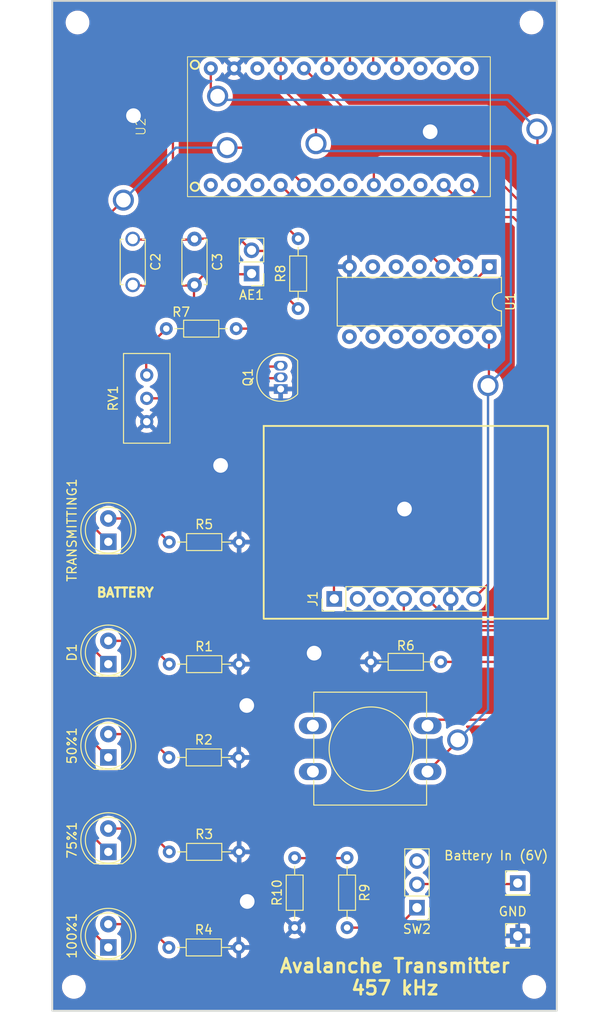
<source format=kicad_pcb>
(kicad_pcb (version 20221018) (generator pcbnew)
  (title_block (title "Avalache Transmitter") (date "2024-05-17") (rev "1.0"))
  (layers (0 "F.Cu" signal) (31 "B.Cu" signal) (34 "B.Paste" user) (35 "F.Paste" user) (36 "B.SilkS" user "B.Silkscreen") (37 "F.SilkS" user "F.Silkscreen") (38 "B.Mask" user) (39 "F.Mask" user) (44 "Edge.Cuts" user))
  (net 0 "")
  (net 1 "Net-(Q1-C)")
  (net 2 "+3V0")
  (net 3 "Net-(D1-K)")
  (net 4 "Net-(D1-A)")
  (net 5 "Net-(50%1-K)")
  (net 6 "Net-(50%1-A)")
  (net 7 "Net-(75%1-K)")
  (net 8 "Net-(75%1-A)")
  (net 9 "Net-(100%1-K)")
  (net 10 "Net-(100%1-A)")
  (net 11 "Net-(AE1-Pad2)")
  (net 12 "Net-(U2-8)")
  (net 13 "Net-(U2-12)")
  (net 14 "+6V")
  (net 15 "Net-(J1-Pin_1)")
  (net 18 "Net-(J1-Pin_4)")
  (net 19 "GND")
  (net 20 "Net-(Q1-B)")
  (net 21 "Net-(J1-Pin_5)")
  (net 22 "Net-(R7-Pad1)")
  (net 23 "Net-(R7-Pad2)")
  (net 35 "Net-(TRANSMITTING1-A)")
  (net 36 "Net-(TRANSMITTING1-K)")
  (net 37 "Net-(U2-A1)")
  (net 39 "/on{slash}off")
  (footprint "MountingHole:MountingHole_2.1mm" (layer "F.Cu") (at 34.6 122.4)
    (fp_text reference "REF**" hide)
    (fp_text value "MountingHole_2.1mm")
    (pad "" np_thru_hole circle (at 0 0) (size 2.1 2.1) (drill 2.1) (layers "F&B.Cu" "*.Mask"))
  )
  (footprint "LED_THT:LED_D5.0mm" (layer "F.Cu") (at 38.354 73.919 90)
    (fp_text reference "TRANSMITTING1" (at 1.27 -3.96 90) (layer "F.SilkS"))
    (fp_text value "GREEN_LED")
    (fp_line (start -1.29 -1.545) (end -1.29 1.545) (stroke (width 0.12)) (layer "F.SilkS"))
    (fp_arc (start -1.29 -1.54483) (mid 2.072002 -2.880433) (end 4.26 0.000462) (stroke (width 0.12)) (layer "F.SilkS"))
    (fp_arc (start 4.26 -0.000462) (mid 2.072002 2.880433) (end -1.29 1.54483) (stroke (width 0.12)) (layer "F.SilkS"))
    (fp_circle (center 1.27 0) (end 3.77 0) (stroke (width 0.12)) (fill none) (layer "F.SilkS"))
    (pad "1" thru_hole rect (at 0 0 90) (size 1.8 1.8) (drill 0.9) (layers "*.Cu" "*.Mask") (net 36 "Net-(TRANSMITTING1-K)"))
    (pad "2" thru_hole circle (at 2.54 0 90) (size 1.8 1.8) (drill 0.9) (layers "*.Cu" "*.Mask") (net 35 "Net-(TRANSMITTING1-A)"))
  )
  (footprint "ta:pro_mini" (layer "F.Cu") (at 63.5 28.702 90)
    (fp_text reference "U2" (at 0 -21.59 90 unlocked) (layer "F.SilkS") (effects (font (thickness 0.1))))
    (fp_text value "~")
    (fp_rect (start -7.62 -16.51) (end 7.62 16.51) (stroke (width 0.1)) (fill none) (layer "F.SilkS"))
    (pad "1" thru_hole circle (at 6.35 -13.97 90) (size 1.524 1.524) (drill 0.762) (layers "*.Cu" "*.Mask") (net 39 "/on{slash}off"))
    (pad "2" thru_hole circle (at 6.35 -11.43 90) (size 1.524 1.524) (drill 0.762) (layers "*.Cu" "*.Mask") (net 19 "GND"))
    (pad "3" thru_hole circle (at 6.35 -8.89 90) (size 1.524 1.524) (drill 0.762) (layers "*.Cu" "*.Mask"))
    (pad "4" thru_hole circle (at 6.35 -6.35 90) (size 1.524 1.524) (drill 0.762) (layers "*.Cu" "*.Mask") (net 2 "+3V0"))
    (pad "5" thru_hole circle (at 6.35 -3.81 90) (size 1.524 1.524) (drill 0.762) (layers "*.Cu" "*.Mask") (net 12 "Net-(U2-8)"))
    (pad "6" thru_hole circle (at 6.35 -1.27 90) (size 1.524 1.524) (drill 0.762) (layers "*.Cu" "*.Mask") (net 3 "Net-(D1-K)"))
    (pad "7" thru_hole circle (at 6.35 1.27 90) (size 1.524 1.524) (drill 0.762) (layers "*.Cu" "*.Mask") (net 5 "Net-(50%1-K)"))
    (pad "8" thru_hole circle (at 6.35 3.81 90) (size 1.524 1.524) (drill 0.762) (layers "*.Cu" "*.Mask") (net 7 "Net-(75%1-K)"))
    (pad "9" thru_hole circle (at 6.35 6.35 90) (size 1.524 1.524) (drill 0.762) (layers "*.Cu" "*.Mask") (net 9 "Net-(100%1-K)"))
    (pad "10" thru_hole circle (at 6.35 8.89 90) (size 1.524 1.524) (drill 0.762) (layers "*.Cu" "*.Mask"))
    (pad "11" thru_hole circle (at 6.35 11.43 90) (size 1.524 1.524) (drill 0.762) (layers "*.Cu" "*.Mask"))
    (pad "12" thru_hole circle (at 6.35 13.97 90) (size 1.524 1.524) (drill 0.762) (layers "*.Cu" "*.Mask"))
    (pad "13" thru_hole circle (at -6.35 -13.97 90) (size 1.524 1.524) (drill 0.762) (layers "*.Cu" "*.Mask"))
    (pad "14" thru_hole circle (at -6.35 -11.43 90) (size 1.524 1.524) (drill 0.762) (layers "*.Cu" "*.Mask"))
    (pad "15" thru_hole circle (at -6.35 -8.89 90) (size 1.524 1.524) (drill 0.762) (layers "*.Cu" "*.Mask"))
    (pad "16" thru_hole circle (at -6.35 -6.35 90) (size 1.524 1.524) (drill 0.762) (layers "*.Cu" "*.Mask") (net 13 "Net-(U2-12)"))
    (pad "17" thru_hole circle (at -6.35 -3.81 90) (size 1.524 1.524) (drill 0.762) (layers "*.Cu" "*.Mask") (net 36 "Net-(TRANSMITTING1-K)"))
    (pad "18" thru_hole circle (at -6.35 -1.27 90) (size 1.524 1.524) (drill 0.762) (layers "*.Cu" "*.Mask"))
    (pad "19" thru_hole circle (at -6.35 1.27 90) (size 1.524 1.524) (drill 0.762) (layers "*.Cu" "*.Mask"))
    (pad "20" thru_hole circle (at -6.35 3.81 90) (size 1.524 1.524) (drill 0.762) (layers "*.Cu" "*.Mask") (net 37 "Net-(U2-A1)"))
    (pad "21" thru_hole circle (at -6.35 6.35 90) (size 1.524 1.524) (drill 0.762) (layers "*.Cu" "*.Mask"))
    (pad "22" thru_hole circle (at -6.35 8.89 90) (size 1.524 1.524) (drill 0.762) (layers "*.Cu" "*.Mask"))
    (pad "23" thru_hole circle (at -6.35 11.43 90) (size 1.524 1.524) (drill 0.762) (layers "*.Cu" "*.Mask") (net 21 "Net-(J1-Pin_5)"))
    (pad "24" thru_hole circle (at -6.35 13.97 90) (size 1.524 1.524) (drill 0.762) (layers "*.Cu" "*.Mask") (net 18 "Net-(J1-Pin_4)"))
  )
  (footprint "Resistor_THT:R_Axial_DIN0204_L3.6mm_D1.6mm_P7.62mm_Horizontal" (layer "F.Cu") (at 64.389 108.331 -90)
    (fp_text reference "R9" (at 3.81 -1.92 90) (layer "F.SilkS"))
    (fp_text value "R_Small")
    (fp_line (start 0.94 0) (end 1.89 0) (stroke (width 0.12)) (layer "F.SilkS"))
    (fp_line (start 1.89 -0.92) (end 1.89 0.92) (stroke (width 0.12)) (layer "F.SilkS"))
    (fp_line (start 1.89 0.92) (end 5.73 0.92) (stroke (width 0.12)) (layer "F.SilkS"))
    (fp_line (start 5.73 -0.92) (end 1.89 -0.92) (stroke (width 0.12)) (layer "F.SilkS"))
    (fp_line (start 5.73 0.92) (end 5.73 -0.92) (stroke (width 0.12)) (layer "F.SilkS"))
    (fp_line (start 6.68 0) (end 5.73 0) (stroke (width 0.12)) (layer "F.SilkS"))
    (pad "1" thru_hole circle (at 0 0 270) (size 1.4 1.4) (drill 0.7) (layers "*.Cu" "*.Mask") (net 37 "Net-(U2-A1)"))
    (pad "2" thru_hole oval (at 7.62 0 270) (size 1.4 1.4) (drill 0.7) (layers "*.Cu" "*.Mask") (net 39 "/on{slash}off"))
  )
  (footprint "Resistor_THT:R_Axial_DIN0204_L3.6mm_D1.6mm_P7.62mm_Horizontal" (layer "F.Cu") (at 44.958 118.11)
    (fp_text reference "R4" (at 3.81 -1.92) (layer "F.SilkS"))
    (fp_text value "R_Small" hide)
    (fp_line (start 0.94 0) (end 1.89 0) (stroke (width 0.12)) (layer "F.SilkS"))
    (fp_line (start 1.89 -0.92) (end 1.89 0.92) (stroke (width 0.12)) (layer "F.SilkS"))
    (fp_line (start 1.89 0.92) (end 5.73 0.92) (stroke (width 0.12)) (layer "F.SilkS"))
    (fp_line (start 5.73 -0.92) (end 1.89 -0.92) (stroke (width 0.12)) (layer "F.SilkS"))
    (fp_line (start 5.73 0.92) (end 5.73 -0.92) (stroke (width 0.12)) (layer "F.SilkS"))
    (fp_line (start 6.68 0) (end 5.73 0) (stroke (width 0.12)) (layer "F.SilkS"))
    (pad "1" thru_hole circle (at 0 0) (size 1.4 1.4) (drill 0.7) (layers "*.Cu" "*.Mask") (net 10 "Net-(100%1-A)"))
    (pad "2" thru_hole oval (at 7.62 0) (size 1.4 1.4) (drill 0.7) (layers "*.Cu" "*.Mask") (net 19 "GND"))
  )
  (footprint "Resistor_THT:R_Axial_DIN0204_L3.6mm_D1.6mm_P7.62mm_Horizontal" (layer "F.Cu") (at 59.055 48.514 90)
    (fp_text reference "R8" (at 3.81 -1.92 90) (layer "F.SilkS"))
    (fp_text value "R_Small")
    (fp_line (start 0.94 0) (end 1.89 0) (stroke (width 0.12)) (layer "F.SilkS"))
    (fp_line (start 1.89 -0.92) (end 1.89 0.92) (stroke (width 0.12)) (layer "F.SilkS"))
    (fp_line (start 1.89 0.92) (end 5.73 0.92) (stroke (width 0.12)) (layer "F.SilkS"))
    (fp_line (start 5.73 -0.92) (end 1.89 -0.92) (stroke (width 0.12)) (layer "F.SilkS"))
    (fp_line (start 5.73 0.92) (end 5.73 -0.92) (stroke (width 0.12)) (layer "F.SilkS"))
    (fp_line (start 6.68 0) (end 5.73 0) (stroke (width 0.12)) (layer "F.SilkS"))
    (pad "1" thru_hole circle (at 0 0 90) (size 1.4 1.4) (drill 0.7) (layers "*.Cu" "*.Mask") (net 11 "Net-(AE1-Pad2)"))
    (pad "2" thru_hole oval (at 7.62 0 90) (size 1.4 1.4) (drill 0.7) (layers "*.Cu" "*.Mask") (net 2 "+3V0"))
  )
  (footprint "Resistor_THT:R_Axial_DIN0204_L3.6mm_D1.6mm_P7.62mm_Horizontal" (layer "F.Cu") (at 58.674 115.951 90)
    (fp_text reference "R10" (at 3.81 -1.92 90) (layer "F.SilkS"))
    (fp_text value "R_Small")
    (fp_line (start 0.94 0) (end 1.89 0) (stroke (width 0.12)) (layer "F.SilkS"))
    (fp_line (start 1.89 -0.92) (end 1.89 0.92) (stroke (width 0.12)) (layer "F.SilkS"))
    (fp_line (start 1.89 0.92) (end 5.73 0.92) (stroke (width 0.12)) (layer "F.SilkS"))
    (fp_line (start 5.73 -0.92) (end 1.89 -0.92) (stroke (width 0.12)) (layer "F.SilkS"))
    (fp_line (start 5.73 0.92) (end 5.73 -0.92) (stroke (width 0.12)) (layer "F.SilkS"))
    (fp_line (start 6.68 0) (end 5.73 0) (stroke (width 0.12)) (layer "F.SilkS"))
    (pad "1" thru_hole circle (at 0 0 90) (size 1.4 1.4) (drill 0.7) (layers "*.Cu" "*.Mask") (net 19 "GND"))
    (pad "2" thru_hole oval (at 7.62 0 90) (size 1.4 1.4) (drill 0.7) (layers "*.Cu" "*.Mask") (net 37 "Net-(U2-A1)"))
  )
  (footprint "Resistor_THT:R_Axial_DIN0204_L3.6mm_D1.6mm_P7.62mm_Horizontal" (layer "F.Cu") (at 44.68 50.7)
    (fp_text reference "R7" (at 1.62 -1.8) (layer "F.SilkS"))
    (fp_text value "R_Small" hide)
    (fp_line (start 0.94 0) (end 1.89 0) (stroke (width 0.12)) (layer "F.SilkS"))
    (fp_line (start 1.89 -0.92) (end 1.89 0.92) (stroke (width 0.12)) (layer "F.SilkS"))
    (fp_line (start 1.89 0.92) (end 5.73 0.92) (stroke (width 0.12)) (layer "F.SilkS"))
    (fp_line (start 5.73 -0.92) (end 1.89 -0.92) (stroke (width 0.12)) (layer "F.SilkS"))
    (fp_line (start 5.73 0.92) (end 5.73 -0.92) (stroke (width 0.12)) (layer "F.SilkS"))
    (fp_line (start 6.68 0) (end 5.73 0) (stroke (width 0.12)) (layer "F.SilkS"))
    (pad "1" thru_hole circle (at 0 0) (size 1.4 1.4) (drill 0.7) (layers "*.Cu" "*.Mask") (net 22 "Net-(R7-Pad1)"))
    (pad "2" thru_hole oval (at 7.62 0) (size 1.4 1.4) (drill 0.7) (layers "*.Cu" "*.Mask") (net 23 "Net-(R7-Pad2)"))
  )
  (footprint "Package_DIP:DIP-14_W7.62mm" (layer "F.Cu") (at 79.888 43.952 -90)
    (fp_text reference "U1" (at 3.81 -2.33 90) (layer "F.SilkS"))
    (fp_text value "74HC00")
    (fp_line (start 1.16 -1.33) (end 1.16 16.57) (stroke (width 0.12)) (layer "F.SilkS"))
    (fp_line (start 1.16 16.57) (end 6.46 16.57) (stroke (width 0.12)) (layer "F.SilkS"))
    (fp_line (start 2.81 -1.33) (end 1.16 -1.33) (stroke (width 0.12)) (layer "F.SilkS"))
    (fp_line (start 6.46 -1.33) (end 4.81 -1.33) (stroke (width 0.12)) (layer "F.SilkS"))
    (fp_line (start 6.46 16.57) (end 6.46 -1.33) (stroke (width 0.12)) (layer "F.SilkS"))
    (fp_arc (start 4.81 -1.33) (mid 3.81 -0.33) (end 2.81 -1.33) (stroke (width 0.12)) (layer "F.SilkS"))
    (pad "1" thru_hole rect (at 0 0 270) (size 1.6 1.6) (drill 0.8) (layers "*.Cu" "*.Mask") (net 15 "Net-(J1-Pin_1)"))
    (pad "2" thru_hole oval (at 0 2.54 270) (size 1.6 1.6) (drill 0.8) (layers "*.Cu" "*.Mask") (net 13 "Net-(U2-12)"))
    (pad "3" thru_hole oval (at 0 5.08 270) (size 1.6 1.6) (drill 0.8) (layers "*.Cu" "*.Mask") (net 23 "Net-(R7-Pad2)"))
    (pad "4" thru_hole oval (at 0 7.62 270) (size 1.6 1.6) (drill 0.8) (layers "*.Cu" "*.Mask"))
    (pad "5" thru_hole oval (at 0 10.16 270) (size 1.6 1.6) (drill 0.8) (layers "*.Cu" "*.Mask"))
    (pad "6" thru_hole oval (at 0 12.7 270) (size 1.6 1.6) (drill 0.8) (layers "*.Cu" "*.Mask"))
    (pad "7" thru_hole oval (at 0 15.24 270) (size 1.6 1.6) (drill 0.8) (layers "*.Cu" "*.Mask") (net 19 "GND"))
    (pad "8" thru_hole oval (at 7.62 15.24 270) (size 1.6 1.6) (drill 0.8) (layers "*.Cu" "*.Mask"))
    (pad "9" thru_hole oval (at 7.62 12.7 270) (size 1.6 1.6) (drill 0.8) (layers "*.Cu" "*.Mask"))
    (pad "10" thru_hole oval (at 7.62 10.16 270) (size 1.6 1.6) (drill 0.8) (layers "*.Cu" "*.Mask"))
    (pad "11" thru_hole oval (at 7.62 7.62 270) (size 1.6 1.6) (drill 0.8) (layers "*.Cu" "*.Mask"))
    (pad "12" thru_hole oval (at 7.62 5.08 270) (size 1.6 1.6) (drill 0.8) (layers "*.Cu" "*.Mask"))
    (pad "13" thru_hole oval (at 7.62 2.54 270) (size 1.6 1.6) (drill 0.8) (layers "*.Cu" "*.Mask"))
    (pad "14" thru_hole oval (at 7.62 0 270) (size 1.6 1.6) (drill 0.8) (layers "*.Cu" "*.Mask") (net 2 "+3V0"))
  )
  (footprint "Capacitor_THT:C_Disc_D4.7mm_W2.5mm_P5.00mm" (layer "F.Cu") (at 47.752 40.934 -90)
    (fp_text reference "C3" (at 2.5 -2.5 90) (layer "F.SilkS"))
    (fp_text value "C")
    (fp_line (start 0.03 -1.37) (end 0.03 -1.055) (stroke (width 0.12)) (layer "F.SilkS"))
    (fp_line (start 0.03 -1.37) (end 4.97 -1.37) (stroke (width 0.12)) (layer "F.SilkS"))
    (fp_line (start 0.03 1.055) (end 0.03 1.37) (stroke (width 0.12)) (layer "F.SilkS"))
    (fp_line (start 0.03 1.37) (end 4.97 1.37) (stroke (width 0.12)) (layer "F.SilkS"))
    (fp_line (start 4.97 -1.37) (end 4.97 -1.055) (stroke (width 0.12)) (layer "F.SilkS"))
    (fp_line (start 4.97 1.055) (end 4.97 1.37) (stroke (width 0.12)) (layer "F.SilkS"))
    (pad "1" thru_hole circle (at 0 0 270) (size 1.6 1.6) (drill 0.8) (layers "*.Cu" "*.Mask") (net 11 "Net-(AE1-Pad2)"))
    (pad "2" thru_hole circle (at 5 0 270) (size 1.6 1.6) (drill 0.8) (layers "*.Cu" "*.Mask") (net 1 "Net-(Q1-C)"))
  )
  (footprint "LED_THT:LED_D5.0mm" (layer "F.Cu") (at 38.354 87.249 90)
    (fp_text reference "D1" (at 1.27 -3.96 90) (layer "F.SilkS"))
    (fp_text value "RED_LED_25")
    (fp_line (start -1.29 -1.545) (end -1.29 1.545) (stroke (width 0.12)) (layer "F.SilkS"))
    (fp_arc (start -1.29 -1.54483) (mid 2.072002 -2.880433) (end 4.26 0.000462) (stroke (width 0.12)) (layer "F.SilkS"))
    (fp_arc (start 4.26 -0.000462) (mid 2.072002 2.880433) (end -1.29 1.54483) (stroke (width 0.12)) (layer "F.SilkS"))
    (fp_circle (center 1.27 0) (end 3.77 0) (stroke (width 0.12)) (fill none) (layer "F.SilkS"))
    (pad "1" thru_hole rect (at 0 0 90) (size 1.8 1.8) (drill 0.9) (layers "*.Cu" "*.Mask") (net 3 "Net-(D1-K)"))
    (pad "2" thru_hole circle (at 2.54 0 90) (size 1.8 1.8) (drill 0.9) (layers "*.Cu" "*.Mask") (net 4 "Net-(D1-A)"))
  )
  (footprint "Connector_PinHeader_2.54mm:PinHeader_1x07_P2.54mm_Vertical" (layer "F.Cu") (at 62.992 80.137 90)
    (fp_text reference "J1" (at 0 -2.33 90) (layer "F.SilkS"))
    (fp_text value "Conn_01x07_Pin")
    (fp_line (start -1.33 -1.33) (end 0 -1.33) (stroke (width 0.12)) (layer "F.SilkS"))
    (fp_line (start -1.33 0) (end -1.33 -1.33) (stroke (width 0.12)) (layer "F.SilkS"))
    (fp_line (start -1.33 1.27) (end -1.33 16.57) (stroke (width 0.12)) (layer "F.SilkS"))
    (fp_line (start -1.33 1.27) (end 1.33 1.27) (stroke (width 0.12)) (layer "F.SilkS"))
    (fp_line (start -1.33 16.57) (end 1.33 16.57) (stroke (width 0.12)) (layer "F.SilkS"))
    (fp_line (start 1.33 1.27) (end 1.33 16.57) (stroke (width 0.12)) (layer "F.SilkS"))
    (pad "1" thru_hole rect (at 0 0 90) (size 1.7 1.7) (drill 1) (layers "*.Cu" "*.Mask") (net 15 "Net-(J1-Pin_1)"))
    (pad "2" thru_hole oval (at 0 2.54 90) (size 1.7 1.7) (drill 1) (layers "*.Cu" "*.Mask"))
    (pad "3" thru_hole oval (at 0 5.08 90) (size 1.7 1.7) (drill 1) (layers "*.Cu" "*.Mask"))
    (pad "4" thru_hole oval (at 0 7.62 90) (size 1.7 1.7) (drill 1) (layers "*.Cu" "*.Mask") (net 18 "Net-(J1-Pin_4)"))
    (pad "5" thru_hole oval (at 0 10.16 90) (size 1.7 1.7) (drill 1) (layers "*.Cu" "*.Mask") (net 21 "Net-(J1-Pin_5)"))
    (pad "6" thru_hole oval (at 0 12.7 90) (size 1.7 1.7) (drill 1) (layers "*.Cu" "*.Mask") (net 19 "GND"))
    (pad "7" thru_hole oval (at 0 15.24 90) (size 1.7 1.7) (drill 1) (layers "*.Cu" "*.Mask") (net 2 "+3V0"))
  )
  (footprint "Resistor_THT:R_Axial_DIN0204_L3.6mm_D1.6mm_P7.62mm_Horizontal" (layer "F.Cu") (at 45 87.249)
    (fp_text reference "R1" (at 3.81 -1.92) (layer "F.SilkS"))
    (fp_text value "R_Small" hide)
    (fp_line (start 0.94 0) (end 1.89 0) (stroke (width 0.12)) (layer "F.SilkS"))
    (fp_line (start 1.89 -0.92) (end 1.89 0.92) (stroke (width 0.12)) (layer "F.SilkS"))
    (fp_line (start 1.89 0.92) (end 5.73 0.92) (stroke (width 0.12)) (layer "F.SilkS"))
    (fp_line (start 5.73 -0.92) (end 1.89 -0.92) (stroke (width 0.12)) (layer "F.SilkS"))
    (fp_line (start 5.73 0.92) (end 5.73 -0.92) (stroke (width 0.12)) (layer "F.SilkS"))
    (fp_line (start 6.68 0) (end 5.73 0) (stroke (width 0.12)) (layer "F.SilkS"))
    (pad "1" thru_hole circle (at 0 0) (size 1.4 1.4) (drill 0.7) (layers "*.Cu" "*.Mask") (net 4 "Net-(D1-A)"))
    (pad "2" thru_hole oval (at 7.62 0) (size 1.4 1.4) (drill 0.7) (layers "*.Cu" "*.Mask") (net 19 "GND"))
  )
  (footprint "Capacitor_THT:C_Disc_D4.7mm_W2.5mm_P5.00mm" (layer "F.Cu") (at 41.021 40.934 -90)
    (fp_text reference "C2" (at 2.5 -2.5 90) (layer "F.SilkS"))
    (fp_text value "C_Variable")
    (fp_line (start 0.03 -1.37) (end 0.03 -1.055) (stroke (width 0.12)) (layer "F.SilkS"))
    (fp_line (start 0.03 -1.37) (end 4.97 -1.37) (stroke (width 0.12)) (layer "F.SilkS"))
    (fp_line (start 0.03 1.055) (end 0.03 1.37) (stroke (width 0.12)) (layer "F.SilkS"))
    (fp_line (start 0.03 1.37) (end 4.97 1.37) (stroke (width 0.12)) (layer "F.SilkS"))
    (fp_line (start 4.97 -1.37) (end 4.97 -1.055) (stroke (width 0.12)) (layer "F.SilkS"))
    (fp_line (start 4.97 1.055) (end 4.97 1.37) (stroke (width 0.12)) (layer "F.SilkS"))
    (pad "1" thru_hole circle (at 0 0 270) (size 1.6 1.6) (drill 1.1) (layers "*.Cu" "*.Mask") (net 11 "Net-(AE1-Pad2)"))
    (pad "2" thru_hole circle (at 5 0 270) (size 1.6 1.6) (drill 1.1) (layers "*.Cu" "*.Mask") (net 1 "Net-(Q1-C)"))
  )
  (footprint "Connector_PinHeader_2.54mm:PinHeader_1x03_P2.54mm_Vertical" (layer "F.Cu") (at 72.009 113.777 180)
    (fp_text reference "SW2" (at 0 -2.33) (layer "F.SilkS"))
    (fp_text value "SW_SPDT")
    (fp_line (start -1.33 -1.33) (end 0 -1.33) (stroke (width 0.12)) (layer "F.SilkS"))
    (fp_line (start -1.33 0) (end -1.33 -1.33) (stroke (width 0.12)) (layer "F.SilkS"))
    (fp_line (start -1.33 1.27) (end -1.33 6.41) (stroke (width 0.12)) (layer "F.SilkS"))
    (fp_line (start -1.33 1.27) (end 1.33 1.27) (stroke (width 0.12)) (layer "F.SilkS"))
    (fp_line (start -1.33 6.41) (end 1.33 6.41) (stroke (width 0.12)) (layer "F.SilkS"))
    (fp_line (start 1.33 1.27) (end 1.33 6.41) (stroke (width 0.12)) (layer "F.SilkS"))
    (pad "1" thru_hole rect (at 0 0 180) (size 1.7 1.7) (drill 1) (layers "*.Cu" "*.Mask") (net 39 "/on{slash}off"))
    (pad "2" thru_hole oval (at 0 2.54 180) (size 1.7 1.7) (drill 1) (layers "*.Cu" "*.Mask") (net 14 "+6V"))
    (pad "3" thru_hole oval (at 0 5.08 180) (size 1.7 1.7) (drill 1) (layers "*.Cu" "*.Mask"))
  )
  (footprint "Potentiometer_THT:Potentiometer_Bourns_3296W_Vertical" (layer "F.Cu") (at 42.545 55.753 90)
    (fp_text reference "RV1" (at -2.54 -3.66 90) (layer "F.SilkS"))
    (fp_text value "R_Potentiometer")
    (fp_line (start -7.425 -2.53) (end -7.425 2.54) (stroke (width 0.12)) (layer "F.SilkS"))
    (fp_line (start -7.425 -2.53) (end 2.345 -2.53) (stroke (width 0.12)) (layer "F.SilkS"))
    (fp_line (start -7.425 2.54) (end 2.345 2.54) (stroke (width 0.12)) (layer "F.SilkS"))
    (fp_line (start 2.345 -2.53) (end 2.345 2.54) (stroke (width 0.12)) (layer "F.SilkS"))
    (pad "1" thru_hole circle (at 0 0 90) (size 1.44 1.44) (drill 0.8) (layers "*.Cu" "*.Mask") (net 22 "Net-(R7-Pad1)"))
    (pad "2" thru_hole circle (at -2.54 0 90) (size 1.44 1.44) (drill 0.8) (layers "*.Cu" "*.Mask") (net 20 "Net-(Q1-B)"))
    (pad "3" thru_hole circle (at -5.08 0 90) (size 1.44 1.44) (drill 0.8) (layers "*.Cu" "*.Mask") (net 19 "GND"))
  )
  (footprint "Resistor_THT:R_Axial_DIN0204_L3.6mm_D1.6mm_P7.62mm_Horizontal" (layer "F.Cu") (at 45 73.95)
    (fp_text reference "R5" (at 3.81 -1.92) (layer "F.SilkS"))
    (fp_text value "R_Small" hide)
    (fp_line (start 0.94 0) (end 1.89 0) (stroke (width 0.12)) (layer "F.SilkS"))
    (fp_line (start 1.89 -0.92) (end 1.89 0.92) (stroke (width 0.12)) (layer "F.SilkS"))
    (fp_line (start 1.89 0.92) (end 5.73 0.92) (stroke (width 0.12)) (layer "F.SilkS"))
    (fp_line (start 5.73 -0.92) (end 1.89 -0.92) (stroke (width 0.12)) (layer "F.SilkS"))
    (fp_line (start 5.73 0.92) (end 5.73 -0.92) (stroke (width 0.12)) (layer "F.SilkS"))
    (fp_line (start 6.68 0) (end 5.73 0) (stroke (width 0.12)) (layer "F.SilkS"))
    (pad "1" thru_hole circle (at 0 0) (size 1.4 1.4) (drill 0.7) (layers "*.Cu" "*.Mask") (net 35 "Net-(TRANSMITTING1-A)"))
    (pad "2" thru_hole oval (at 7.62 0) (size 1.4 1.4) (drill 0.7) (layers "*.Cu" "*.Mask") (net 19 "GND"))
  )
  (footprint "MountingHole:MountingHole_2.1mm" (layer "F.Cu") (at 84.5 17.35)
    (fp_text reference "REF**" hide)
    (fp_text value "MountingHole_2.1mm")
    (pad "" np_thru_hole circle (at 0 0) (size 2.1 2.1) (drill 2.1) (layers "*.Cu" "*.Mask"))
  )
  (footprint "LED_THT:LED_D5.0mm" (layer "F.Cu") (at 38.354 97.409 90)
    (fp_text reference "50%1" (at 1.27 -3.96 90) (layer "F.SilkS"))
    (fp_text value "RED_LED_50")
    (fp_line (start -1.29 -1.545) (end -1.29 1.545) (stroke (width 0.12)) (layer "F.SilkS"))
    (fp_arc (start -1.29 -1.54483) (mid 2.072002 -2.880433) (end 4.26 0.000462) (stroke (width 0.12)) (layer "F.SilkS"))
    (fp_arc (start 4.26 -0.000462) (mid 2.072002 2.880433) (end -1.29 1.54483) (stroke (width 0.12)) (layer "F.SilkS"))
    (fp_circle (center 1.27 0) (end 3.77 0) (stroke (width 0.12)) (fill none) (layer "F.SilkS"))
    (pad "1" thru_hole rect (at 0 0 90) (size 1.8 1.8) (drill 0.9) (layers "*.Cu" "*.Mask") (net 5 "Net-(50%1-K)"))
    (pad "2" thru_hole circle (at 2.54 0 90) (size 1.8 1.8) (drill 0.9) (layers "*.Cu" "*.Mask") (net 6 "Net-(50%1-A)"))
  )
  (footprint "Resistor_THT:R_Axial_DIN0204_L3.6mm_D1.6mm_P7.62mm_Horizontal" (layer "F.Cu") (at 44.958 97.409)
    (fp_text reference "R2" (at 3.81 -1.92) (layer "F.SilkS"))
    (fp_text value "R_Small" hide)
    (fp_line (start 0.94 0) (end 1.89 0) (stroke (width 0.12)) (layer "F.SilkS"))
    (fp_line (start 1.89 -0.92) (end 1.89 0.92) (stroke (width 0.12)) (layer "F.SilkS"))
    (fp_line (start 1.89 0.92) (end 5.73 0.92) (stroke (width 0.12)) (layer "F.SilkS"))
    (fp_line (start 5.73 -0.92) (end 1.89 -0.92) (stroke (width 0.12)) (layer "F.SilkS"))
    (fp_line (start 5.73 0.92) (end 5.73 -0.92) (stroke (width 0.12)) (layer "F.SilkS"))
    (fp_line (start 6.68 0) (end 5.73 0) (stroke (width 0.12)) (layer "F.SilkS"))
    (pad "1" thru_hole circle (at 0 0) (size 1.4 1.4) (drill 0.7) (layers "*.Cu" "*.Mask") (net 6 "Net-(50%1-A)"))
    (pad "2" thru_hole oval (at 7.62 0) (size 1.4 1.4) (drill 0.7) (layers "*.Cu" "*.Mask") (net 19 "GND"))
  )
  (footprint "Package_TO_SOT_THT:TO-92_Inline" (layer "F.Cu") (at 57.15 57.277 90)
    (fp_text reference "Q1" (at 1.27 -3.56 90) (layer "F.SilkS"))
    (fp_text value "2N3904")
    (fp_line (start -0.53 1.85) (end 3.07 1.85) (stroke (width 0.12)) (layer "F.SilkS"))
    (fp_arc (start -0.568478 1.838478) (mid -1.132087 -0.994977) (end 1.27 -2.6) (stroke (width 0.12)) (layer "F.SilkS"))
    (fp_arc (start 1.27 -2.6) (mid 3.672087 -0.994977) (end 3.108478 1.838478) (stroke (width 0.12)) (layer "F.SilkS"))
    (pad "1" thru_hole rect (at 0 0 90) (size 1.05 1.5) (drill 0.75) (layers "*.Cu" "*.Mask") (net 19 "GND"))
    (pad "2" thru_hole oval (at 1.27 0 90) (size 1.05 1.5) (drill 0.75) (layers "*.Cu" "*.Mask") (net 20 "Net-(Q1-B)"))
    (pad "3" thru_hole oval (at 2.54 0 90) (size 1.05 1.5) (drill 0.75) (layers "*.Cu" "*.Mask") (net 1 "Net-(Q1-C)"))
  )
  (footprint "Connector_PinHeader_2.54mm:PinHeader_1x01_P2.54mm_Vertical" (layer "F.Cu") (at 83 116.85)
    (fp_text reference "GND" (at -0.55 -2.65) (layer "F.SilkS"))
    (fp_text value "PinHeader_1x01_P2.54mm_Vertical" hide)
    (fp_line (start -1.33 -1.33) (end 0 -1.33) (stroke (width 0.12)) (layer "F.SilkS"))
    (fp_line (start -1.33 0) (end -1.33 -1.33) (stroke (width 0.12)) (layer "F.SilkS"))
    (fp_line (start -1.33 1.27) (end -1.33 1.33) (stroke (width 0.12)) (layer "F.SilkS"))
    (fp_line (start -1.33 1.27) (end 1.33 1.27) (stroke (width 0.12)) (layer "F.SilkS"))
    (fp_line (start -1.33 1.33) (end 1.33 1.33) (stroke (width 0.12)) (layer "F.SilkS"))
    (fp_line (start 1.33 1.27) (end 1.33 1.33) (stroke (width 0.12)) (layer "F.SilkS"))
    (pad "1" thru_hole rect (at 0 0) (size 1.7 1.7) (drill 1) (layers "*.Cu" "*.Mask") (net 19 "GND"))
  )
  (footprint "LED_THT:LED_D5.0mm" (layer "F.Cu") (at 38.354 107.696 90)
    (fp_text reference "75%1" (at 1.27 -3.96 90) (layer "F.SilkS"))
    (fp_text value "RED_LED_75")
    (fp_line (start -1.29 -1.545) (end -1.29 1.545) (stroke (width 0.12)) (layer "F.SilkS"))
    (fp_arc (start -1.29 -1.54483) (mid 2.072002 -2.880433) (end 4.26 0.000462) (stroke (width 0.12)) (layer "F.SilkS"))
    (fp_arc (start 4.26 -0.000462) (mid 2.072002 2.880433) (end -1.29 1.54483) (stroke (width 0.12)) (layer "F.SilkS"))
    (fp_circle (center 1.27 0) (end 3.77 0) (stroke (width 0.12)) (fill none) (layer "F.SilkS"))
    (pad "1" thru_hole rect (at 0 0 90) (size 1.8 1.8) (drill 0.9) (layers "*.Cu" "*.Mask") (net 7 "Net-(75%1-K)"))
    (pad "2" thru_hole circle (at 2.54 0 90) (size 1.8 1.8) (drill 0.9) (layers "*.Cu" "*.Mask") (net 8 "Net-(75%1-A)"))
  )
  (footprint "Resistor_THT:R_Axial_DIN0204_L3.6mm_D1.6mm_P7.62mm_Horizontal" (layer "F.Cu") (at 74.6 87 180)
    (fp_text reference "R6" (at 3.81 1.75) (layer "F.SilkS"))
    (fp_text value "R_Small" hide)
    (fp_line (start 0.94 0) (end 1.89 0) (stroke (width 0.12)) (layer "F.SilkS"))
    (fp_line (start 1.89 -0.92) (end 1.89 0.92) (stroke (width 0.12)) (layer "F.SilkS"))
    (fp_line (start 1.89 0.92) (end 5.73 0.92) (stroke (width 0.12)) (layer "F.SilkS"))
    (fp_line (start 5.73 -0.92) (end 1.89 -0.92) (stroke (width 0.12)) (layer "F.SilkS"))
    (fp_line (start 5.73 0.92) (end 5.73 -0.92) (stroke (width 0.12)) (layer "F.SilkS"))
    (fp_line (start 6.68 0) (end 5.73 0) (stroke (width 0.12)) (layer "F.SilkS"))
    (pad "1" thru_hole circle (at 0 0 180) (size 1.4 1.4) (drill 0.7) (layers "*.Cu" "*.Mask") (net 12 "Net-(U2-8)"))
    (pad "2" thru_hole oval (at 7.62 0 180) (size 1.4 1.4) (drill 0.7) (layers "*.Cu" "*.Mask") (net 19 "GND"))
  )
  (footprint "MountingHole:MountingHole_2.1mm" (layer "F.Cu") (at 35 17.35)
    (fp_text reference "REF**" hide)
    (fp_text value "MountingHole_2.1mm")
    (pad "" np_thru_hole circle (at 0 0) (size 2.1 2.1) (drill 2.1) (layers "F&B.Cu" "*.Mask"))
  )
  (footprint "Connector_PinHeader_2.54mm:PinHeader_1x02_P2.54mm_Vertical" (layer "F.Cu") (at 53.975 44.704 180)
    (fp_text reference "AE1" (at 0 -2.33) (layer "F.SilkS"))
    (fp_text value "Antenna_Loop")
    (fp_line (start -1.33 -1.33) (end 0 -1.33) (stroke (width 0.12)) (layer "F.SilkS"))
    (fp_line (start -1.33 0) (end -1.33 -1.33) (stroke (width 0.12)) (layer "F.SilkS"))
    (fp_line (start -1.33 1.27) (end -1.33 3.87) (stroke (width 0.12)) (layer "F.SilkS"))
    (fp_line (start -1.33 1.27) (end 1.33 1.27) (stroke (width 0.12)) (layer "F.SilkS"))
    (fp_line (start -1.33 3.87) (end 1.33 3.87) (stroke (width 0.12)) (layer "F.SilkS"))
    (fp_line (start 1.33 1.27) (end 1.33 3.87) (stroke (width 0.12)) (layer "F.SilkS"))
    (pad "1" thru_hole rect (at 0 0 180) (size 1.7 1.7) (drill 1) (layers "*.Cu" "*.Mask") (net 1 "Net-(Q1-C)"))
    (pad "2" thru_hole oval (at 0 2.54 180) (size 1.7 1.7) (drill 1) (layers "*.Cu" "*.Mask") (net 11 "Net-(AE1-Pad2)"))
  )
  (footprint "LED_THT:LED_D5.0mm" (layer "F.Cu") (at 38.354 118.11 90)
    (fp_text reference "100%1" (at 1.27 -3.96 90) (layer "F.SilkS"))
    (fp_text value "RED_LED_100")
    (fp_line (start -1.29 -1.545) (end -1.29 1.545) (stroke (width 0.12)) (layer "F.SilkS"))
    (fp_arc (start -1.29 -1.54483) (mid 2.072002 -2.880433) (end 4.26 0.000462) (stroke (width 0.12)) (layer "F.SilkS"))
    (fp_arc (start 4.26 -0.000462) (mid 2.072002 2.880433) (end -1.29 1.54483) (stroke (width 0.12)) (layer "F.SilkS"))
    (fp_circle (center 1.27 0) (end 3.77 0) (stroke (width 0.12)) (fill none) (layer "F.SilkS"))
    (pad "1" thru_hole rect (at 0 0 90) (size 1.8 1.8) (drill 0.9) (layers "*.Cu" "*.Mask") (net 9 "Net-(100%1-K)"))
    (pad "2" thru_hole circle (at 2.54 0 90) (size 1.8 1.8) (drill 0.9) (layers "*.Cu" "*.Mask") (net 10 "Net-(100%1-A)"))
  )
  (footprint "MountingHole:MountingHole_2.1mm" (layer "F.Cu") (at 84.8 122.4)
    (fp_text reference "REF**" hide)
    (fp_text value "MountingHole_2.1mm")
    (pad "" np_thru_hole circle (at 0 0) (size 2.1 2.1) (drill 2.1) (layers "F&B.Cu" "*.Mask"))
  )
  (footprint "Button_Switch_THT:SW_PUSH-12mm" (layer "F.Cu") (at 60.66 93.95)
    (fp_text reference "REF**" hide)
    (fp_text value "SW_PUSH-12mm" hide)
    (fp_line (start 0.1 -3.65) (end 12.4 -3.65) (stroke (width 0.12)) (layer "F.SilkS"))
    (fp_line (start 0.1 -0.93) (end 0.1 -3.65) (stroke (width 0.12)) (layer "F.SilkS"))
    (fp_line (start 0.1 4.07) (end 0.1 0.93) (stroke (width 0.12)) (layer "F.SilkS"))
    (fp_line (start 0.1 8.65) (end 0.1 5.93) (stroke (width 0.12)) (layer "F.SilkS"))
    (fp_line (start 12.4 -3.65) (end 12.4 -0.93) (stroke (width 0.12)) (layer "F.SilkS"))
    (fp_line (start 12.4 0.93) (end 12.4 4.07) (stroke (width 0.12)) (layer "F.SilkS"))
    (fp_line (start 12.4 5.93) (end 12.4 8.65) (stroke (width 0.12)) (layer "F.SilkS"))
    (fp_line (start 12.4 8.65) (end 0.1 8.65) (stroke (width 0.12)) (layer "F.SilkS"))
    (fp_circle (center 6.35 2.54) (end 10.16 5.08) (stroke (width 0.12)) (fill none) (layer "F.SilkS"))
    (pad "1" thru_hole oval (at 0 0) (size 3.048 1.85) (drill 1.3) (layers "*.Cu" "*.Mask"))
    (pad "1" thru_hole oval (at 12.5 0) (size 3.048 1.85) (drill 1.3) (layers "*.Cu" "*.Mask") (net 12 "Net-(U2-8)"))
    (pad "2" thru_hole oval (at 0 5) (size 3.048 1.85) (drill 1.3) (layers "*.Cu" "*.Mask"))
    (pad "2" thru_hole oval (at 12.5 5) (size 3.048 1.85) (drill 1.3) (layers "*.Cu" "*.Mask") (net 2 "+3V0"))
  )
  (footprint "Resistor_THT:R_Axial_DIN0204_L3.6mm_D1.6mm_P7.62mm_Horizontal" (layer "F.Cu") (at 45 107.696)
    (fp_text reference "R3" (at 3.81 -1.92) (layer "F.SilkS"))
    (fp_text value "R_Small" hide)
    (fp_line (start 0.94 0) (end 1.89 0) (stroke (width 0.12)) (layer "F.SilkS"))
    (fp_line (start 1.89 -0.92) (end 1.89 0.92) (stroke (width 0.12)) (layer "F.SilkS"))
    (fp_line (start 1.89 0.92) (end 5.73 0.92) (stroke (width 0.12)) (layer "F.SilkS"))
    (fp_line (start 5.73 -0.92) (end 1.89 -0.92) (stroke (width 0.12)) (layer "F.SilkS"))
    (fp_line (start 5.73 0.92) (end 5.73 -0.92) (stroke (width 0.12)) (layer "F.SilkS"))
    (fp_line (start 6.68 0) (end 5.73 0) (stroke (width 0.12)) (layer "F.SilkS"))
    (pad "1" thru_hole circle (at 0 0) (size 1.4 1.4) (drill 0.7) (layers "*.Cu" "*.Mask") (net 8 "Net-(75%1-A)"))
    (pad "2" thru_hole oval (at 7.62 0) (size 1.4 1.4) (drill 0.7) (layers "*.Cu" "*.Mask") (net 19 "GND"))
  )
  (footprint "Connector_PinHeader_2.54mm:PinHeader_1x01_P2.54mm_Vertical" (layer "F.Cu") (at 83 111.1)
    (fp_text reference "Battery In (6V)" (at -2.35 -3 180) (layer "F.SilkS"))
    (fp_text value "PinHeader_1x01_P2.54mm_Vertical" hide)
    (fp_line (start -1.33 -1.33) (end 0 -1.33) (stroke (width 0.12)) (layer "F.SilkS"))
    (fp_line (start -1.33 0) (end -1.33 -1.33) (stroke (width 0.12)) (layer "F.SilkS"))
    (fp_line (start -1.33 1.27) (end -1.33 1.33) (stroke (width 0.12)) (layer "F.SilkS"))
    (fp_line (start -1.33 1.27) (end 1.33 1.27) (stroke (width 0.12)) (layer "F.SilkS"))
    (fp_line (start -1.33 1.33) (end 1.33 1.33) (stroke (width 0.12)) (layer "F.SilkS"))
    (fp_line (start 1.33 1.27) (end 1.33 1.33) (stroke (width 0.12)) (layer "F.SilkS"))
    (pad "1" thru_hole rect (at 0 0) (size 1.7 1.7) (drill 1) (layers "*.Cu" "*.Mask") (net 14 "+6V"))
  )
  (gr_rect (start 55.3 61.3) (end 86.3 82.3) (stroke (width 0.2)) (fill none) (layer "F.SilkS"))
  (gr_circle (center 47.8 21.95) (end 48.260977 21.95) (stroke (width 0.2)) (fill none) (layer "F.SilkS"))
  (gr_circle (center 47.8 35.239023) (end 48.260977 35.239023) (stroke (width 0.2)) (fill none) (layer "F.SilkS"))
  (gr_rect (start 32.25 15) (end 87.25 125) (stroke (width 0.2)) (fill none) (layer "Edge.Cuts"))
  (gr_text "Avalanche Transmitter\n457 kHz" (at 69.6 123.4) (layer "F.SilkS") (effects (font (size 1.5 1.5) (thickness 0.3) bold) (justify bottom)))
  (gr_text "BATTERY" (at 40.2 79.45) (layer "F.SilkS") (effects (font (size 1 1) (thickness 0.25) bold)))
  (segment (start 47.6 46) (end 47.7 45.9) (width 0.25) (layer "F.Cu") (net 1))
  (segment (start 47.7 45.9) (end 48.825 44.775) (width 0.25) (layer "F.Cu") (net 1))
  (segment (start 48.55 53.122) (end 50.258 54.83) (width 0.25) (layer "F.Cu") (net 1))
  (segment (start 50.258 54.83) (end 57.2 54.83) (width 0.25) (layer "F.Cu") (net 1))
  (segment (start 47.7 45.9) (end 47.7 47.7) (width 0.25) (layer "F.Cu") (net 1))
  (segment (start 41.4 46) (end 47.6 46) (width 0.25) (layer "F.Cu") (net 1))
  (segment (start 48.55 48.55) (end 48.55 53.122) (width 0.25) (layer "F.Cu") (net 1))
  (segment (start 47.7 47.7) (end 48.55 48.55) (width 0.25) (layer "F.Cu") (net 1))
  (segment (start 48.825 44.775) (end 54 44.775) (width 0.25) (layer "F.Cu") (net 1))
  (segment (start 45.4 37.45) (end 45.4 20.5) (width 0.25) (layer "F.Cu") (net 2))
  (segment (start 73.16 98.95) (end 76.454 95.656) (width 0.25) (layer "F.Cu") (net 2))
  (segment (start 57.15 20.55) (end 57.15 22.352) (width 0.25) (layer "F.Cu") (net 2))
  (segment (start 76.454 95.656) (end 76.454 95.504) (width 0.25) (layer "F.Cu") (net 2))
  (segment (start 79.756 56.896) (end 79.756 78.544) (width 0.25) (layer "F.Cu") (net 2))
  (segment (start 45.4 20.5) (end 46.3 19.6) (width 0.25) (layer "F.Cu") (net 2))
  (segment (start 61 28.2) (end 61 30.55) (width 0.25) (layer "F.Cu") (net 2))
  (segment (start 79.756 56.896) (end 79.855 56.797) (width 0.25) (layer "F.Cu") (net 2))
  (segment (start 57.15 24.35) (end 57.15 22.352) (width 0.25) (layer "F.Cu") (net 2))
  (segment (start 56.2 19.6) (end 57.15 20.55) (width 0.25) (layer "F.Cu") (net 2))
  (segment (start 56.01 37.85) (end 45.8 37.85) (width 0.25) (layer "F.Cu") (net 2))
  (segment (start 45.8 37.85) (end 45.4 37.45) (width 0.25) (layer "F.Cu") (net 2))
  (segment (start 79.756 78.544) (end 78.2 80.1) (width 0.25) (layer "F.Cu") (net 2))
  (segment (start 59.05 40.89) (end 56.01 37.85) (width 0.25) (layer "F.Cu") (net 2))
  (segment (start 79.855 56.797) (end 79.855 51.57) (width 0.25) (layer "F.Cu") (net 2))
  (segment (start 61 28.2) (end 57.15 24.35) (width 0.25) (layer "F.Cu") (net 2))
  (segment (start 46.3 19.6) (end 56.2 19.6) (width 0.25) (layer "F.Cu") (net 2))
  (via (at 79.756 56.896) (size 2.3) (drill 1.6) (layers "F.Cu" "B.Cu") (net 2))
  (via (at 61 30.55) (size 2.3) (drill 1.6) (layers "F.Cu" "B.Cu") (net 2))
  (via (at 76.454 95.504) (size 2.3) (drill 1.6) (layers "F.Cu" "B.Cu") (net 2))
  (segment (start 61.8 31.35) (end 81.6 31.35) (width 0.25) (layer "B.Cu") (net 2))
  (segment (start 79.756 92.202) (end 76.454 95.504) (width 0.25) (layer "B.Cu") (net 2))
  (segment (start 82.25 32) (end 82.25 54.402) (width 0.25) (layer "B.Cu") (net 2))
  (segment (start 82.25 54.402) (end 79.756 56.896) (width 0.25) (layer "B.Cu") (net 2))
  (segment (start 61 30.55) (end 61.8 31.35) (width 0.25) (layer "B.Cu") (net 2))
  (segment (start 79.756 56.896) (end 79.756 92.202) (width 0.25) (layer "B.Cu") (net 2))
  (segment (start 81.6 31.35) (end 82.25 32) (width 0.25) (layer "B.Cu") (net 2))
  (segment (start 38.354 87.249) (end 36.39 85.285) (width 0.25) (layer "F.Cu") (net 3))
  (segment (start 36.39 85.285) (end 36.39 25.45) (width 0.25) (layer "F.Cu") (net 3))
  (segment (start 60.69 19.15) (end 62.16 20.62) (width 0.25) (layer "F.Cu") (net 3))
  (segment (start 42.69 19.15) (end 60.69 19.15) (width 0.25) (layer "F.Cu") (net 3))
  (segment (start 62.16 20.62) (end 62.16 22.3) (width 0.25) (layer "F.Cu") (net 3))
  (segment (start 36.39 25.45) (end 42.69 19.15) (width 0.25) (layer "F.Cu") (net 3))
  (segment (start 38.354 84.709) (end 42.46 84.709) (width 0.25) (layer "F.Cu") (net 4))
  (segment (start 42.46 84.709) (end 45 87.249) (width 0.25) (layer "F.Cu") (net 4))
  (segment (start 42.553604 18.65) (end 62.89 18.65) (width 0.25) (layer "F.Cu") (net 5))
  (segment (start 35.94 25.263604) (end 42.553604 18.65) (width 0.25) (layer "F.Cu") (net 5))
  (segment (start 35.94 94.995) (end 35.94 25.263604) (width 0.25) (layer "F.Cu") (net 5))
  (segment (start 62.89 18.65) (end 64.7 20.46) (width 0.25) (layer "F.Cu") (net 5))
  (segment (start 38.354 97.409) (end 35.94 94.995) (width 0.25) (layer "F.Cu") (net 5))
  (segment (start 64.7 20.46) (end 64.7 22.3) (width 0.25) (layer "F.Cu") (net 5))
  (segment (start 42.418 94.869) (end 44.958 97.409) (width 0.25) (layer "F.Cu") (net 6))
  (segment (start 38.354 94.869) (end 42.418 94.869) (width 0.25) (layer "F.Cu") (net 6))
  (segment (start 65.04 18.2) (end 67.24 20.4) (width 0.25) (layer "F.Cu") (net 7))
  (segment (start 35.49 25.077208) (end 42.367208 18.2) (width 0.25) (layer "F.Cu") (net 7))
  (segment (start 67.24 20.4) (end 67.24 22.3) (width 0.25) (layer "F.Cu") (net 7))
  (segment (start 42.367208 18.2) (end 65.04 18.2) (width 0.25) (layer "F.Cu") (net 7))
  (segment (start 35.49 104.832) (end 35.49 25.077208) (width 0.25) (layer "F.Cu") (net 7))
  (segment (start 38.354 107.696) (end 35.49 104.832) (width 0.25) (layer "F.Cu") (net 7))
  (segment (start 42.46 105.156) (end 45 107.696) (width 0.25) (layer "F.Cu") (net 8))
  (segment (start 38.354 105.156) (end 42.46 105.156) (width 0.25) (layer "F.Cu") (net 8))
  (segment (start 34.99 114.746) (end 34.99 24.940812) (width 0.25) (layer "F.Cu") (net 9))
  (segment (start 34.99 24.940812) (end 42.180812 17.75) (width 0.25) (layer "F.Cu") (net 9))
  (segment (start 67.59 17.75) (end 69.78 19.94) (width 0.25) (layer "F.Cu") (net 9))
  (segment (start 69.78 19.94) (end 69.78 22.3) (width 0.25) (layer "F.Cu") (net 9))
  (segment (start 38.354 118.11) (end 34.99 114.746) (width 0.25) (layer "F.Cu") (net 9))
  (segment (start 42.180812 17.75) (end 67.59 17.75) (width 0.25) (layer "F.Cu") (net 9))
  (segment (start 38.354 115.57) (end 42.418 115.57) (width 0.25) (layer "F.Cu") (net 10))
  (segment (start 42.418 115.57) (end 44.958 118.11) (width 0.25) (layer "F.Cu") (net 10))
  (segment (start 59.05 48.51) (end 56.15 45.61) (width 0.25) (layer "F.Cu") (net 11))
  (segment (start 56.15 42.45) (end 55.935 42.235) (width 0.25) (layer "F.Cu") (net 11))
  (segment (start 47.8 40.9) (end 52.665 40.9) (width 0.25) (layer "F.Cu") (net 11))
  (segment (start 41 41) (end 47.7 41) (width 0.25) (layer "F.Cu") (net 11))
  (segment (start 55.935 42.235) (end 54 42.235) (width 0.25) (layer "F.Cu") (net 11))
  (segment (start 52.665 40.9) (end 54 42.235) (width 0.25) (layer "F.Cu") (net 11))
  (segment (start 56.15 45.61) (end 56.15 42.45) (width 0.25) (layer "F.Cu") (net 11))
  (segment (start 47.7 41) (end 47.8 40.9) (width 0.25) (layer "F.Cu") (net 11))
  (segment (start 74.6 87) (end 84.3 87) (width 0.25) (layer "F.Cu") (net 12))
  (segment (start 84.7 32.1) (end 84.7 86.6) (width 0.25) (layer "F.Cu") (net 12))
  (segment (start 84.7 87.4) (end 84.7 92.1) (width 0.25) (layer "F.Cu") (net 12))
  (segment (start 83.5 93.3) (end 73.81 93.3) (width 0.25) (layer "F.Cu") (net 12))
  (segment (start 64.288 26.95) (end 79.55 26.95) (width 0.25) (layer "F.Cu") (net 12))
  (segment (start 84.3 87) (end 84.7 87.4) (width 0.25) (layer "F.Cu") (net 12))
  (segment (start 73.81 93.3) (end 73.16 93.95) (width 0.25) (layer "F.Cu") (net 12))
  (segment (start 84.7 86.6) (end 84.3 87) (width 0.25) (layer "F.Cu") (net 12))
  (segment (start 59.69 22.352) (end 64.288 26.95) (width 0.25) (layer "F.Cu") (net 12))
  (segment (start 79.55 26.95) (end 84.7 32.1) (width 0.25) (layer "F.Cu") (net 12))
  (segment (start 84.7 92.1) (end 83.5 93.3) (width 0.25) (layer "F.Cu") (net 12))
  (segment (start 77.315 43.95) (end 71.831 38.466) (width 0.25) (layer "F.Cu") (net 13))
  (segment (start 71.831 38.466) (end 60.546 38.466) (width 0.25) (layer "F.Cu") (net 13))
  (segment (start 60.546 38.466) (end 57.08 35) (width 0.25) (layer "F.Cu") (net 13))
  (segment (start 76.2 111.2) (end 82.9 111.2) (width 0.25) (layer "F.Cu") (net 14))
  (segment (start 72 111.2) (end 76.2 111.2) (width 0.25) (layer "F.Cu") (net 14))
  (segment (start 62.96 48.8) (end 62.96 80.1) (width 0.25) (layer "F.Cu") (net 15))
  (segment (start 79.855 43.95) (end 76.053 47.752) (width 0.25) (layer "F.Cu") (net 15))
  (segment (start 76.053 47.752) (end 64.008 47.752) (width 0.25) (layer "F.Cu") (net 15))
  (segment (start 64.008 47.752) (end 62.96 48.8) (width 0.25) (layer "F.Cu") (net 15))
  (segment (start 83.39 37.75) (end 83.75 38.11) (width 0.25) (layer "F.Cu") (net 18))
  (segment (start 71.4 83.1) (end 70.58 82.28) (width 0.25) (layer "F.Cu") (net 18))
  (segment (start 80.15 37.75) (end 83.39 37.75) (width 0.25) (layer "F.Cu") (net 18))
  (segment (start 83.75 82.436396) (end 83.086396 83.1) (width 0.25) (layer "F.Cu") (net 18))
  (segment (start 83.75 38.11) (end 83.75 82.436396) (width 0.25) (layer "F.Cu") (net 18))
  (segment (start 70.58 82.28) (end 70.58 80.1) (width 0.25) (layer "F.Cu") (net 18))
  (segment (start 77.4 35) (end 80.15 37.75) (width 0.25) (layer "F.Cu") (net 18))
  (segment (start 83.086396 83.1) (end 71.4 83.1) (width 0.25) (layer "F.Cu") (net 18))
  (via (at 73.45 29.25) (size 2.3) (drill 1.6) (layers "F.Cu" "B.Cu") (net 19))
  (via (at 50.6 65.6) (size 2.3) (drill 1.6) (layers "F.Cu" "B.Cu") (net 19))
  (via (at 41.1 27.5) (size 2.3) (drill 1.6) (layers "F.Cu" "B.Cu") (net 19))
  (via (at 70.65 70.35) (size 2.3) (drill 1.6) (layers "F.Cu" "B.Cu") (net 19))
  (via (at 53.5 113.1) (size 2.3) (drill 1.6) (layers "F.Cu" "B.Cu") (net 19))
  (via (at 53.45 91.75) (size 2.3) (drill 1.6) (layers "F.Cu" "B.Cu") (net 19))
  (via (at 60.8 86.05) (size 2.3) (drill 1.6) (layers "F.Cu" "B.Cu") (net 19))
  (segment (start 42.49 58.29) (end 45.45 58.29) (width 0.25) (layer "F.Cu") (net 20))
  (segment (start 47.64 56.1) (end 45.45 58.29) (width 0.25) (layer "F.Cu") (net 20))
  (segment (start 57.2 56.1) (end 47.64 56.1) (width 0.25) (layer "F.Cu") (net 20))
  (segment (start 83.3 82.25) (end 82.9 82.65) (width 0.25) (layer "F.Cu") (net 21))
  (segment (start 78.41 38.55) (end 82.49 38.55) (width 0.25) (layer "F.Cu") (net 21))
  (segment (start 82.49 38.55) (end 83.3 39.36) (width 0.25) (layer "F.Cu") (net 21))
  (segment (start 75.67 82.65) (end 73.12 80.1) (width 0.25) (layer "F.Cu") (net 21))
  (segment (start 82.9 82.65) (end 75.67 82.65) (width 0.25) (layer "F.Cu") (net 21))
  (segment (start 74.86 35) (end 78.41 38.55) (width 0.25) (layer "F.Cu") (net 21))
  (segment (start 83.3 39.36) (end 83.3 82.25) (width 0.25) (layer "F.Cu") (net 21))
  (segment (start 42.49 52.89) (end 42.49 55.75) (width 0.25) (layer "F.Cu") (net 22))
  (segment (start 44.68 50.7) (end 42.49 52.89) (width 0.25) (layer "F.Cu") (net 22))
  (segment (start 52.3 50.7) (end 60.3 50.7) (width 0.25) (layer "F.Cu") (net 23))
  (segment (start 61.3 49.7) (end 61.3 42.2) (width 0.25) (layer "F.Cu") (net 23))
  (segment (start 60.3 50.7) (end 61.3 49.7) (width 0.25) (layer "F.Cu") (net 23))
  (segment (start 61.3 42.2) (end 62.45 41.05) (width 0.25) (layer "F.Cu") (net 23))
  (segment (start 62.45 41.05) (end 71.875 41.05) (width 0.25) (layer "F.Cu") (net 23))
  (segment (start 71.875 41.05) (end 74.775 43.95) (width 0.25) (layer "F.Cu") (net 23))
  (segment (start 38.354 71.379) (end 42.429 71.379) (width 0.25) (layer "F.Cu") (net 35))
  (segment (start 42.429 71.379) (end 45 73.95) (width 0.25) (layer "F.Cu") (net 35))
  (segment (start 59.69 35.052) (end 55.626 30.988) (width 0.25) (layer "F.Cu") (net 36))
  (segment (start 38.354 73.919) (end 36.865 72.43) (width 0.25) (layer "F.Cu") (net 36))
  (segment (start 55.626 30.988) (end 51.562 30.988) (width 0.25) (layer "F.Cu") (net 36))
  (segment (start 36.865 39.835) (end 40 36.7) (width 0.25) (layer "F.Cu") (net 36))
  (segment (start 36.865 72.43) (end 36.865 39.835) (width 0.25) (layer "F.Cu") (net 36))
  (via (at 51.308 30.988) (size 2.3) (drill 1.6) (layers "F.Cu" "B.Cu") (net 36))
  (via (at 40 36.7) (size 2.3) (drill 1.6) (layers "F.Cu" "B.Cu") (net 36))
  (segment (start 45.712 30.988) (end 40 36.7) (width 0.25) (layer "B.Cu") (net 36))
  (segment (start 51.308 30.988) (end 45.712 30.988) (width 0.25) (layer "B.Cu") (net 36))
  (segment (start 57.15 85.55) (end 59.15 83.55) (width 0.25) (layer "F.Cu") (net 37))
  (segment (start 61.5 107.35) (end 57.15 103) (width 0.25) (layer "F.Cu") (net 37))
  (segment (start 78.85 32.5) (end 68.1 32.5) (width 0.25) (layer "F.Cu") (net 37))
  (segment (start 57.15 103) (end 57.15 85.55) (width 0.25) (layer "F.Cu") (net 37))
  (segment (start 68.1 32.5) (end 67.31 33.29) (width 0.25) (layer "F.Cu") (net 37))
  (segment (start 61.5 108.38) (end 58.65 108.38) (width 0.25) (layer "F.Cu") (net 37))
  (segment (start 59.15 83.55) (end 83.272792 83.55) (width 0.25) (layer "F.Cu") (net 37))
  (segment (start 84.2 37.85) (end 78.85 32.5) (width 0.25) (layer "F.Cu") (net 37))
  (segment (start 84.2 82.622792) (end 84.2 37.85) (width 0.25) (layer "F.Cu") (net 37))
  (segment (start 83.272792 83.55) (end 84.2 82.622792) (width 0.25) (layer "F.Cu") (net 37))
  (segment (start 61.5 108.38) (end 61.5 107.35) (width 0.25) (layer "F.Cu") (net 37))
  (segment (start 64.35 108.38) (end 61.5 108.38) (width 0.25) (layer "F.Cu") (net 37))
  (segment (start 67.31 33.29) (end 67.31 35.052) (width 0.25) (layer "F.Cu") (net 37))
  (segment (start 85.09 28.956) (end 85.15 29.016) (width 0.25) (layer "F.Cu") (net 39))
  (segment (start 85.15 92.286396) (end 83.686396 93.75) (width 0.25) (layer "F.Cu") (net 39))
  (segment (start 83.686396 93.75) (end 83.669 93.75) (width 0.25) (layer "F.Cu") (net 39))
  (segment (start 50.275 25.375) (end 49.53 24.63) (width 0.25) (layer "F.Cu") (net 39))
  (segment (start 85.15 29.016) (end 85.15 92.286396) (width 0.25) (layer "F.Cu") (net 39))
  (segment (start 67.437 115.951) (end 69.835 115.951) (width 0.25) (layer "F.Cu") (net 39))
  (segment (start 49.53 24.63) (end 49.53 22.352) (width 0.25) (layer "F.Cu") (net 39))
  (segment (start 67.437 103.886) (end 67.437 115.951) (width 0.25) (layer "F.Cu") (net 39))
  (segment (start 83.669 93.75) (end 73.533 103.886) (width 0.25) (layer "F.Cu") (net 39))
  (segment (start 64.389 115.951) (end 67.437 115.951) (width 0.25) (layer "F.Cu") (net 39))
  (segment (start 73.533 103.886) (end 67.437 103.886) (width 0.25) (layer "F.Cu") (net 39))
  (segment (start 69.835 115.951) (end 72.009 113.777) (width 0.25) (layer "F.Cu") (net 39))
  (via (at 50.275 25.375) (size 2.3) (drill 1.6) (layers "F.Cu" "B.Cu") (net 39))
  (via (at 85.09 28.956) (size 2.3) (drill 1.6) (layers "F.Cu" "B.Cu") (net 39))
  (segment (start 81.909 25.775) (end 85.09 28.956) (width 0.25) (layer "B.Cu") (net 39))
  (segment (start 50.275 25.375) (end 50.675 25.775) (width 0.25) (layer "B.Cu") (net 39))
  (segment (start 50.675 25.775) (end 81.909 25.775) (width 0.25) (layer "B.Cu") (net 39))
  (zone (net 19) (net_name "GND") (layer "F.Cu") (connect_pads (clearance 0.5)) (min_thickness 0.25) (fill yes (thermal_gap 0.5) (thermal_bridge_width 0.5))
    (polygon (pts (xy 32.3 14.95) (xy 87.25 15) (xy 87.3 125) (xy 32.25 125) (xy 32.3 15.4)))
  )
  (zone (net 19) (net_name "GND") (layer "B.Cu") (priority 1) (connect_pads (clearance 0.5)) (min_thickness 0.25) (fill yes (thermal_gap 0.5) (thermal_bridge_width 0.5))
    (polygon (pts (xy 32.25 14.95) (xy 87.25 15) (xy 87.3 125) (xy 32.25 124.95)))
  )
)
</source>
